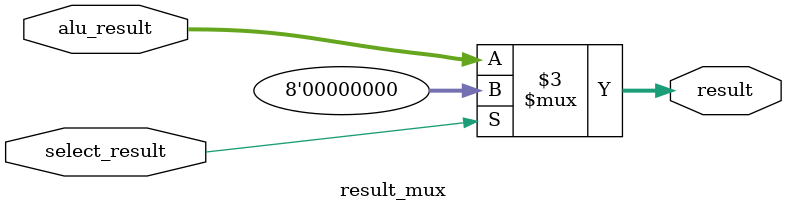
<source format=v>
module result_mux (input select_result,input [7:0] alu_result, output reg [7:0] result);

	always@(*)
		begin	
			case(select_result)
				1'b0: result = alu_result;
				default: result = 8'h00; 
			endcase
		end
		
endmodule

</source>
